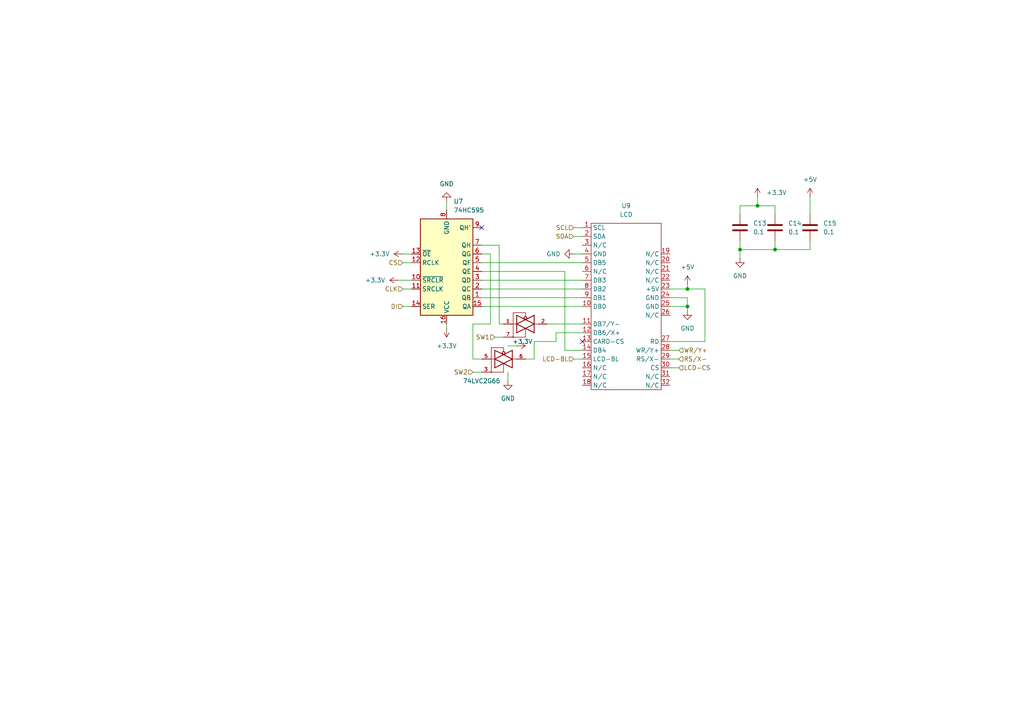
<source format=kicad_sch>
(kicad_sch (version 20231120) (generator "eeschema") (generator_version "8.0")
  (paper "A4")
  (title_block (title "LCD"))
  (lib_symbols
    (symbol "74xx:74HC595"
      (property "Reference" "U" (at -7.62 13.97 0))
      (property "Value" "74HC595" (at -7.62 -16.51 0))
      (symbol "74HC595_1_0"
        (pin tri_state line (at 10.16 7.62 180) (length 2.54) (name "QB") (number "1"))
        (pin input line (at -10.16 2.54 0) (length 2.54) (name "~{SRCLR}") (number "10"))
        (pin input line (at -10.16 5.08 0) (length 2.54) (name "SRCLK") (number "11"))
        (pin input line (at -10.16 -2.54 0) (length 2.54) (name "RCLK") (number "12"))
        (pin input line (at -10.16 -5.08 0) (length 2.54) (name "~{OE}") (number "13"))
        (pin input line (at -10.16 10.16 0) (length 2.54) (name "SER") (number "14"))
        (pin tri_state line (at 10.16 10.16 180) (length 2.54) (name "QA") (number "15"))
        (pin power_in line (at 0 15.24 270) (length 2.54) (name "VCC") (number "16"))
        (pin tri_state line (at 10.16 5.08 180) (length 2.54) (name "QC") (number "2"))
        (pin tri_state line (at 10.16 2.54 180) (length 2.54) (name "QD") (number "3"))
        (pin tri_state line (at 10.16 0 180) (length 2.54) (name "QE") (number "4"))
        (pin tri_state line (at 10.16 -2.54 180) (length 2.54) (name "QF") (number "5"))
        (pin tri_state line (at 10.16 -5.08 180) (length 2.54) (name "QG") (number "6"))
        (pin tri_state line (at 10.16 -7.62 180) (length 2.54) (name "QH") (number "7"))
        (pin power_in line (at 0 -17.78 90) (length 2.54) (name "GND") (number "8"))
        (pin output line (at 10.16 -12.7 180) (length 2.54) (name "QH'") (number "9"))
      )
      (symbol "74HC595_1_1"
        (rectangle (start -7.62 12.7) (end 7.62 -15.24) (stroke (width 0.254)) (fill (type background)))
      )
    )
    (symbol "Device:C" (pin_numbers hide) (pin_names (offset 0.254))
      (property "Reference" "C" (at 0.635 2.54 0))
      (property "Value" "C" (at 0.635 -2.54 0))
      (symbol "C_0_1"
        (polyline (pts (xy -2.032 -0.762) (xy 2.032 -0.762)) (stroke (width 0.508)))
        (polyline (pts (xy -2.032 0.762) (xy 2.032 0.762)) (stroke (width 0.508)))
      )
      (symbol "C_1_1"
        (pin passive line (at 0 3.81 270) (length 2.794) (name "~") (number "1"))
        (pin passive line (at 0 -3.81 90) (length 2.794) (name "~") (number "2"))
      )
    )
    (symbol "local:74LVC2G66" (pin_names (offset 1.016))
      (property "Reference" "U" (at -2.54 5.08 0))
      (property "Value" "74LVC2G66" (at 0 -5.08 0))
      (symbol "74LVC2G66_0_1"
        (circle (center -3.556 -3.81) (radius 0.127))
        (polyline (pts (xy -3.81 0) (xy -2.54 0)))
        (polyline (pts (xy -2.54 2.54) (xy -2.54 -2.54)) (stroke (width 0.254)))
        (polyline (pts (xy 2.54 0) (xy 3.81 0)))
        (polyline (pts (xy 2.54 2.54) (xy 2.54 -2.54)) (stroke (width 0.254)))
        (polyline (pts (xy -3.81 -3.81) (xy 0 -3.81) (xy 0 -1.27)))
        (polyline (pts (xy -2.54 -2.54) (xy 2.54 0) (xy -2.54 2.54)) (stroke (width 0.254)))
        (polyline (pts (xy 2.54 2.54) (xy -2.54 0) (xy 2.54 -2.54)) (stroke (width 0.254)))
        (polyline (pts (xy 0 2.159) (xy 0 3.302) (xy -3.556 3.302) (xy -3.556 -3.81)))
        (circle (center 0 1.778) (radius 0.381) (stroke (width 0.254)))
        (pin power_in line (at 1.27 -3.81 270) (length 0) hide (name "GND") (number "4"))
        (pin power_in line (at 1.27 3.81 90) (length 0) hide (name "+3.3V") (number "8"))
      )
      (symbol "74LVC2G66_1_1"
        (pin input line (at -6.35 0 0) (length 2.54) (name "~") (number "1"))
        (pin tri_state line (at 6.35 0 180) (length 2.54) (name "~") (number "2"))
        (pin input line (at -6.35 -3.81 0) (length 2.54) (name "~") (number "7"))
      )
      (symbol "74LVC2G66_2_1"
        (pin input line (at -6.35 -3.81 0) (length 2.54) (name "~") (number "3"))
        (pin input line (at -6.35 0 0) (length 2.54) (name "~") (number "5"))
        (pin tri_state line (at 6.35 0 180) (length 2.54) (name "~") (number "6"))
      )
    )
    (symbol "local:LCD"
      (property "Reference" "U" (at 43.18 13.97 0))
      (property "Value" "LCD" (at 3.81 13.97 0))
      (symbol "LCD_1_1"
        (rectangle (start -1.27 22.86) (end 46.99 2.54))
        (pin open_collector line (at 0 0 90) (length 2.54) (name "SCL") (number "1"))
        (pin input line (at 22.86 0 90) (length 2.54) (name "DB0") (number "10"))
        (pin input line (at 27.94 0 90) (length 2.54) (name "DB7/Y-") (number "11"))
        (pin input line (at 30.48 0 90) (length 2.54) (name "DB6/X+") (number "12"))
        (pin input line (at 33.02 0 90) (length 2.54) (name "CARD-CS") (number "13"))
        (pin input line (at 35.56 0 90) (length 2.54) (name "DB4") (number "14"))
        (pin input line (at 38.1 0 90) (length 2.54) (name "LCD-BL") (number "15"))
        (pin free line (at 40.64 0 90) (length 2.54) (name "N/C") (number "16"))
        (pin free line (at 43.18 0 90) (length 2.54) (name "N/C") (number "17"))
        (pin free line (at 45.72 0 90) (length 2.54) (name "N/C") (number "18"))
        (pin free line (at 7.62 25.4 270) (length 2.54) (name "N/C") (number "19"))
        (pin open_collector line (at 2.54 0 90) (length 2.54) (name "SDA") (number "2"))
        (pin free line (at 10.16 25.4 270) (length 2.54) (name "N/C") (number "20"))
        (pin free line (at 12.7 25.4 270) (length 2.54) (name "N/C") (number "21"))
        (pin free line (at 15.24 25.4 270) (length 2.54) (name "N/C") (number "22"))
        (pin power_in line (at 17.78 25.4 270) (length 2.54) (name "+5V") (number "23"))
        (pin power_in line (at 20.32 25.4 270) (length 2.54) (name "GND") (number "24"))
        (pin power_in line (at 22.86 25.4 270) (length 2.54) (name "GND") (number "25"))
        (pin free line (at 25.4 25.4 270) (length 2.54) (name "N/C") (number "26"))
        (pin input line (at 33.02 25.4 270) (length 2.54) (name "RD") (number "27"))
        (pin input line (at 35.56 25.4 270) (length 2.54) (name "WR/Y+") (number "28"))
        (pin input line (at 38.1 25.4 270) (length 2.54) (name "RS/X-") (number "29"))
        (pin free line (at 5.08 0 90) (length 2.54) (name "N/C") (number "3"))
        (pin input line (at 40.64 25.4 270) (length 2.54) (name "CS") (number "30"))
        (pin free line (at 43.18 25.4 270) (length 2.54) (name "N/C") (number "31"))
        (pin free line (at 45.72 25.4 270) (length 2.54) (name "N/C") (number "32"))
        (pin power_in line (at 7.62 0 90) (length 2.54) (name "GND") (number "4"))
        (pin input line (at 10.16 0 90) (length 2.54) (name "DB5") (number "5"))
        (pin free line (at 12.7 0 90) (length 2.54) (name "N/C") (number "6"))
        (pin input line (at 15.24 0 90) (length 2.54) (name "DB3") (number "7"))
        (pin input line (at 17.78 0 90) (length 2.54) (name "DB2") (number "8"))
        (pin input line (at 20.32 0 90) (length 2.54) (name "DB1") (number "9"))
      )
    )
    (symbol "power:+3.3V" (power) (pin_names (offset 0))
      (property "Value" "+3.3V" (at 0 3.556 0))
      (symbol "+3.3V_0_1"
        (polyline (pts (xy -0.762 1.27) (xy 0 2.54)))
        (polyline (pts (xy 0 0) (xy 0 2.54)))
        (polyline (pts (xy 0 2.54) (xy 0.762 1.27)))
      )
      (symbol "+3.3V_1_1"
        (pin power_in line (at 0 0 90) (length 0) hide (name "+3.3V") (number "1"))
      )
    )
    (symbol "power:+5V" (power) (pin_names (offset 0))
      (property "Value" "+5V" (at 0 3.556 0))
      (symbol "+5V_0_1"
        (polyline (pts (xy -0.762 1.27) (xy 0 2.54)))
        (polyline (pts (xy 0 0) (xy 0 2.54)))
        (polyline (pts (xy 0 2.54) (xy 0.762 1.27)))
      )
      (symbol "+5V_1_1"
        (pin power_in line (at 0 0 90) (length 0) hide (name "+5V") (number "1"))
      )
    )
    (symbol "power:GND" (power) (pin_names (offset 0))
      (property "Value" "GND" (at 0 -3.81 0))
      (symbol "GND_0_1"
        (polyline (pts (xy 0 0) (xy 0 -1.27) (xy 1.27 -1.27) (xy 0 -2.54) (xy -1.27 -1.27) (xy 0 -1.27)))
      )
      (symbol "GND_1_1"
        (pin power_in line (at 0 0 270) (length 0) hide (name "GND") (number "1"))
      )
    )
  )
  (junction (at 219.71 59.69))
  (junction (at 199.39 83.82))
  (junction (at 224.79 72.39))
  (junction (at 199.39 88.9))
  (junction (at 214.63 72.39))
  (no_connect (at 168.91 99.06))
  (no_connect (at 139.7 66.04))
  (wire (pts (xy 166.37 73.66) (xy 168.91 73.66)))
  (wire (pts (xy 137.16 107.95) (xy 139.7 107.95)))
  (wire (pts (xy 219.71 57.15) (xy 219.71 59.69)))
  (wire (pts (xy 139.7 78.74) (xy 163.83 78.74)))
  (wire (pts (xy 194.31 86.36) (xy 199.39 86.36)))
  (wire (pts (xy 214.63 69.85) (xy 214.63 72.39)))
  (wire (pts (xy 143.51 97.79) (xy 146.05 97.79)))
  (wire (pts (xy 199.39 83.82) (xy 204.47 83.82)))
  (wire (pts (xy 147.32 107.95) (xy 147.32 110.49)))
  (wire (pts (xy 199.39 83.82) (xy 199.39 82.55)))
  (wire (pts (xy 142.24 93.98) (xy 142.24 73.66)))
  (wire (pts (xy 219.71 59.69) (xy 224.79 59.69)))
  (wire (pts (xy 166.37 104.14) (xy 168.91 104.14)))
  (wire (pts (xy 144.78 93.98) (xy 144.78 71.12)))
  (wire (pts (xy 129.54 58.42) (xy 129.54 60.96)))
  (wire (pts (xy 194.31 88.9) (xy 199.39 88.9)))
  (wire (pts (xy 166.37 68.58) (xy 168.91 68.58)))
  (wire (pts (xy 147.32 100.33) (xy 149.86 100.33)))
  (wire (pts (xy 194.31 99.06) (xy 204.47 99.06)))
  (wire (pts (xy 194.31 104.14) (xy 196.85 104.14)))
  (wire (pts (xy 115.57 81.28) (xy 119.38 81.28)))
  (wire (pts (xy 139.7 86.36) (xy 168.91 86.36)))
  (wire (pts (xy 154.94 99.06) (xy 161.29 99.06)))
  (wire (pts (xy 194.31 106.68) (xy 196.85 106.68)))
  (wire (pts (xy 224.79 69.85) (xy 224.79 72.39)))
  (wire (pts (xy 199.39 90.17) (xy 199.39 88.9)))
  (wire (pts (xy 224.79 72.39) (xy 234.95 72.39)))
  (wire (pts (xy 139.7 104.14) (xy 137.16 104.14)))
  (wire (pts (xy 142.24 73.66) (xy 139.7 73.66)))
  (wire (pts (xy 194.31 83.82) (xy 199.39 83.82)))
  (wire (pts (xy 137.16 104.14) (xy 137.16 93.98)))
  (wire (pts (xy 163.83 78.74) (xy 163.83 101.6)))
  (wire (pts (xy 139.7 88.9) (xy 168.91 88.9)))
  (wire (pts (xy 139.7 81.28) (xy 168.91 81.28)))
  (wire (pts (xy 161.29 96.52) (xy 168.91 96.52)))
  (wire (pts (xy 139.7 71.12) (xy 144.78 71.12)))
  (wire (pts (xy 214.63 59.69) (xy 219.71 59.69)))
  (wire (pts (xy 234.95 72.39) (xy 234.95 69.85)))
  (wire (pts (xy 158.75 93.98) (xy 168.91 93.98)))
  (wire (pts (xy 214.63 72.39) (xy 224.79 72.39)))
  (wire (pts (xy 116.84 76.2) (xy 119.38 76.2)))
  (wire (pts (xy 116.84 83.82) (xy 119.38 83.82)))
  (wire (pts (xy 129.54 93.98) (xy 129.54 95.25)))
  (wire (pts (xy 139.7 83.82) (xy 168.91 83.82)))
  (wire (pts (xy 166.37 66.04) (xy 168.91 66.04)))
  (wire (pts (xy 139.7 76.2) (xy 168.91 76.2)))
  (wire (pts (xy 116.84 88.9) (xy 119.38 88.9)))
  (wire (pts (xy 154.94 104.14) (xy 154.94 99.06)))
  (wire (pts (xy 214.63 62.23) (xy 214.63 59.69)))
  (wire (pts (xy 116.84 73.66) (xy 119.38 73.66)))
  (wire (pts (xy 194.31 101.6) (xy 196.85 101.6)))
  (wire (pts (xy 224.79 59.69) (xy 224.79 62.23)))
  (wire (pts (xy 234.95 57.15) (xy 234.95 62.23)))
  (wire (pts (xy 199.39 88.9) (xy 199.39 86.36)))
  (wire (pts (xy 146.05 93.98) (xy 144.78 93.98)))
  (wire (pts (xy 161.29 99.06) (xy 161.29 96.52)))
  (wire (pts (xy 152.4 104.14) (xy 154.94 104.14)))
  (wire (pts (xy 204.47 99.06) (xy 204.47 83.82)))
  (wire (pts (xy 163.83 101.6) (xy 168.91 101.6)))
  (wire (pts (xy 137.16 93.98) (xy 142.24 93.98)))
  (wire (pts (xy 214.63 72.39) (xy 214.63 74.93)))
  (hierarchical_label "SW2" (shape input) (at 137.16 107.95 180))
  (hierarchical_label "SW1" (shape input) (at 143.51 97.79 180))
  (hierarchical_label "CLK" (shape input) (at 116.84 83.82 180))
  (hierarchical_label "CS" (shape input) (at 116.84 76.2 180))
  (hierarchical_label "LCD-BL" (shape input) (at 166.37 104.14 180))
  (hierarchical_label "SDA" (shape input) (at 166.37 68.58 180))
  (hierarchical_label "SCL" (shape input) (at 166.37 66.04 180))
  (hierarchical_label "RS{slash}X-" (shape input) (at 196.85 104.14 0))
  (hierarchical_label "LCD-CS" (shape input) (at 196.85 106.68 0))
  (hierarchical_label "DI" (shape input) (at 116.84 88.9 180))
  (hierarchical_label "WR{slash}Y+" (shape input) (at 196.85 101.6 0))
  (symbol (lib_id "power:+3.3V") (at 116.84 73.66 90) (unit 1)
    (property "Reference" "#PWR072" (effects (hide yes)))
    (property "Value" "+3.3V" (at 113.03 73.6599 90) (effects (justify left)))
  )
  (symbol (lib_id "power:+5V") (at 234.95 57.15 0) (unit 1)
    (property "Reference" "#PWR082" (effects (hide yes)))
    (property "Value" "+5V" (at 234.95 52.07 0))
  )
  (symbol (lib_id "Device:C") (at 234.95 66.04 0) (unit 1)
    (property "Reference" "C15" (at 238.76 64.7699 0) (effects (justify left)))
    (property "Value" "0.1" (at 238.76 67.3099 0) (effects (justify left)))
    (property "Footprint" "Capacitor_SMD:C_0603_1608Metric_Pad1.08x0.95mm_HandSolder" (effects (hide yes)))
  )
  (symbol (lib_id "power:+3.3V") (at 115.57 81.28 90) (unit 1)
    (property "Reference" "#PWR071" (effects (hide yes)))
    (property "Value" "+3.3V" (at 111.76 81.2799 90) (effects (justify left)))
  )
  (symbol (lib_id "local:LCD") (at 168.91 66.04 270) (unit 1)
    (property "Reference" "U9" (at 181.61 59.69 90))
    (property "Value" "LCD" (at 181.61 62.23 90))
    (property "Footprint" "esp:LCD" (effects (hide yes)))
  )
  (symbol (lib_id "Device:C") (at 214.63 66.04 0) (unit 1)
    (property "Reference" "C13" (at 218.44 64.7699 0) (effects (justify left)))
    (property "Value" "0.1" (at 218.44 67.3099 0) (effects (justify left)))
    (property "Footprint" "Capacitor_SMD:C_0603_1608Metric_Pad1.08x0.95mm_HandSolder" (effects (hide yes)))
  )
  (symbol (lib_id "power:GND") (at 166.37 73.66 270) (unit 1)
    (property "Reference" "#PWR077" (effects (hide yes)))
    (property "Value" "GND" (at 162.56 73.6599 90) (effects (justify right)))
  )
  (symbol (lib_id "power:GND") (at 147.32 110.49 0) (unit 1)
    (property "Reference" "#PWR075" (effects (hide yes)))
    (property "Value" "GND" (at 147.32 115.57 0))
  )
  (symbol (lib_id "power:+5V") (at 199.39 82.55 0) (unit 1)
    (property "Reference" "#PWR078" (effects (hide yes)))
    (property "Value" "+5V" (at 199.39 77.47 0))
  )
  (symbol (lib_id "local:74LVC2G66") (at 152.4 93.98 0) (unit 1)
    (property "Reference" "U8" (effects (hide yes)))
    (property "Value" "74LVC2G66" (effects (hide yes)))
    (property "Footprint" "Package_SO:SSOP-8_2.95x2.8mm_P0.65mm" (effects (hide yes)))
    (property "Datasheet" "http://www.ti.com/lit/sg/scyt129e/scyt129e.pdf" (effects (hide yes)))
  )
  (symbol (lib_id "Device:C") (at 224.79 66.04 0) (unit 1)
    (property "Reference" "C14" (at 228.6 64.7699 0) (effects (justify left)))
    (property "Value" "0.1" (at 228.6 67.3099 0) (effects (justify left)))
    (property "Footprint" "Capacitor_SMD:C_0603_1608Metric_Pad1.08x0.95mm_HandSolder" (effects (hide yes)))
  )
  (symbol (lib_id "power:GND") (at 214.63 74.93 0) (unit 1)
    (property "Reference" "#PWR080" (effects (hide yes)))
    (property "Value" "GND" (at 214.63 80.01 0))
  )
  (symbol (lib_id "power:+3.3V") (at 129.54 95.25 180) (unit 1)
    (property "Reference" "#PWR074" (effects (hide yes)))
    (property "Value" "+3.3V" (at 129.54 100.33 0))
  )
  (symbol (lib_id "74xx:74HC595") (at 129.54 78.74 0) (mirror x) (unit 1)
    (property "Reference" "U7" (at 131.5594 58.42 0) (effects (justify left)))
    (property "Value" "74HC595" (at 131.5594 60.96 0) (effects (justify left)))
    (property "Footprint" "Package_SO:SO-16_3.9x9.9mm_P1.27mm" (effects (hide yes)))
    (property "Datasheet" "http://www.ti.com/lit/ds/symlink/sn74hc595.pdf" (effects (hide yes)))
  )
  (symbol (lib_id "power:+3.3V") (at 219.71 57.15 0) (unit 1)
    (property "Reference" "#PWR081" (effects (hide yes)))
    (property "Value" "+3.3V" (at 222.25 55.8799 0) (effects (justify left)))
  )
  (symbol (lib_id "power:GND") (at 129.54 58.42 180) (unit 1)
    (property "Reference" "#PWR073" (effects (hide yes)))
    (property "Value" "GND" (at 129.54 53.34 0))
  )
  (symbol (lib_id "power:GND") (at 199.39 90.17 0) (unit 1)
    (property "Reference" "#PWR079" (effects (hide yes)))
    (property "Value" "GND" (at 199.39 95.25 0))
  )
  (symbol (lib_id "power:+3.3V") (at 149.86 100.33 270) (unit 1)
    (property "Reference" "#PWR076" (effects (hide yes)))
    (property "Value" "+3.3V" (at 148.59 99.06 90) (effects (justify left)))
  )
  (symbol (lib_id "local:74LVC2G66") (at 146.05 104.14 0) (unit 2)
    (property "Reference" "U8" (effects (hide yes)))
    (property "Value" "74LVC2G66" (at 139.7 110.49 0))
    (property "Footprint" "Package_SO:SSOP-8_2.95x2.8mm_P0.65mm" (effects (hide yes)))
    (property "Datasheet" "http://www.ti.com/lit/sg/scyt129e/scyt129e.pdf" (effects (hide yes)))
  )
)
</source>
